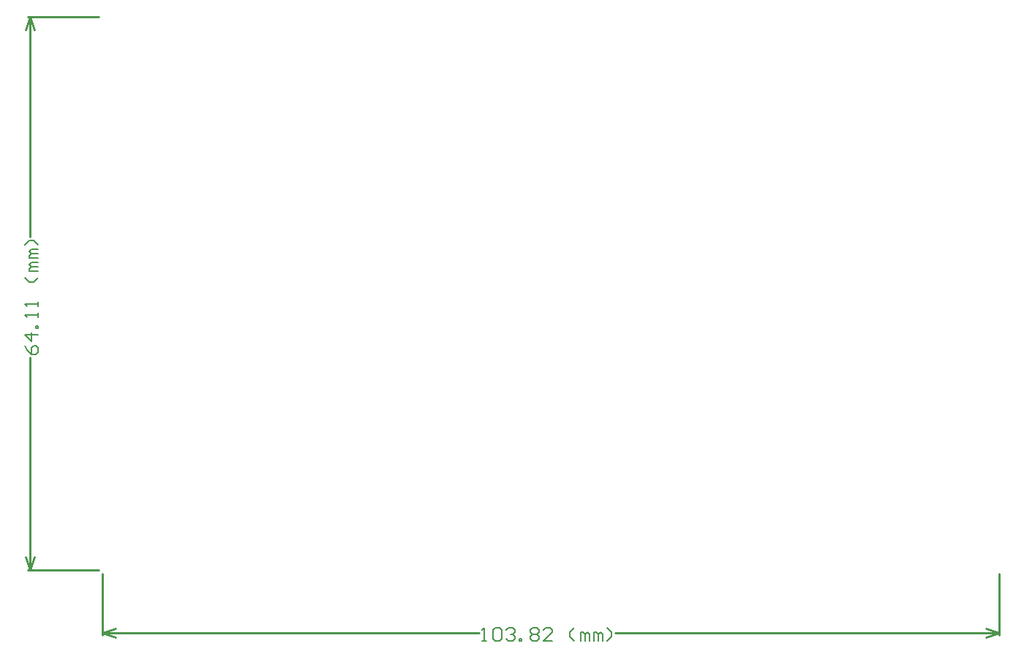
<source format=gm1>
G04 Layer_Color=16711935*
%FSLAX23Y23*%
%MOIN*%
G70*
G01*
G75*
%ADD20C,0.010*%
%ADD66C,0.006*%
D20*
X-337Y2524D02*
X-16D01*
X-337Y0D02*
X-16D01*
X-327Y1522D02*
Y2524D01*
Y0D02*
Y970D01*
X-347Y2464D02*
X-327Y2524D01*
X-307Y2464D01*
X-327Y0D02*
X-307Y60D01*
X-347D02*
X-327Y0D01*
X4087Y-295D02*
Y-16D01*
X0Y-295D02*
Y-16D01*
X2339Y-285D02*
X4087D01*
X0D02*
X1717D01*
X4027Y-265D02*
X4087Y-285D01*
X4027Y-305D02*
X4087Y-285D01*
X0D02*
X60Y-305D01*
X0Y-285D02*
X60Y-265D01*
D66*
X-351Y1026D02*
X-341Y1006D01*
X-321Y986D01*
X-301D01*
X-291Y996D01*
Y1016D01*
X-301Y1026D01*
X-311D01*
X-321Y1016D01*
Y986D01*
X-291Y1076D02*
X-351D01*
X-321Y1046D01*
Y1086D01*
X-291Y1106D02*
X-301D01*
Y1116D01*
X-291D01*
Y1106D01*
Y1156D02*
Y1176D01*
Y1166D01*
X-351D01*
X-341Y1156D01*
X-291Y1206D02*
Y1226D01*
Y1216D01*
X-351D01*
X-341Y1206D01*
X-291Y1336D02*
X-311Y1316D01*
X-331D01*
X-351Y1336D01*
X-291Y1366D02*
X-331D01*
Y1376D01*
X-321Y1386D01*
X-291D01*
X-321D01*
X-331Y1396D01*
X-321Y1406D01*
X-291D01*
Y1426D02*
X-331D01*
Y1436D01*
X-321Y1446D01*
X-291D01*
X-321D01*
X-331Y1456D01*
X-321Y1466D01*
X-291D01*
Y1486D02*
X-311Y1506D01*
X-331D01*
X-351Y1486D01*
X1733Y-321D02*
X1753D01*
X1743D01*
Y-261D01*
X1733Y-271D01*
X1783D02*
X1793Y-261D01*
X1813D01*
X1823Y-271D01*
Y-311D01*
X1813Y-321D01*
X1793D01*
X1783Y-311D01*
Y-271D01*
X1843D02*
X1853Y-261D01*
X1873D01*
X1883Y-271D01*
Y-281D01*
X1873Y-291D01*
X1863D01*
X1873D01*
X1883Y-301D01*
Y-311D01*
X1873Y-321D01*
X1853D01*
X1843Y-311D01*
X1903Y-321D02*
Y-311D01*
X1913D01*
Y-321D01*
X1903D01*
X1953Y-271D02*
X1963Y-261D01*
X1983D01*
X1993Y-271D01*
Y-281D01*
X1983Y-291D01*
X1993Y-301D01*
Y-311D01*
X1983Y-321D01*
X1963D01*
X1953Y-311D01*
Y-301D01*
X1963Y-291D01*
X1953Y-281D01*
Y-271D01*
X1963Y-291D02*
X1983D01*
X2053Y-321D02*
X2013D01*
X2053Y-281D01*
Y-271D01*
X2043Y-261D01*
X2023D01*
X2013Y-271D01*
X2153Y-321D02*
X2133Y-301D01*
Y-281D01*
X2153Y-261D01*
X2183Y-321D02*
Y-281D01*
X2193D01*
X2203Y-291D01*
Y-321D01*
Y-291D01*
X2213Y-281D01*
X2223Y-291D01*
Y-321D01*
X2243D02*
Y-281D01*
X2253D01*
X2263Y-291D01*
Y-321D01*
Y-291D01*
X2273Y-281D01*
X2283Y-291D01*
Y-321D01*
X2303D02*
X2323Y-301D01*
Y-281D01*
X2303Y-261D01*
M02*

</source>
